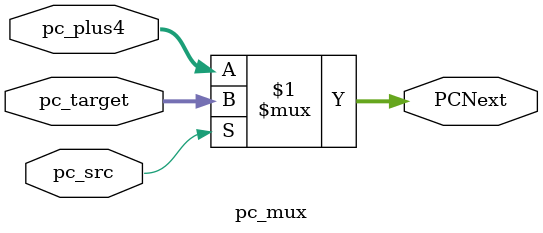
<source format=v>
`timescale 1ns / 1ps


module pc_mux(
    input [31:0] pc_plus4,pc_target,
    input pc_src,                       //pc_src = (branch & zero) | jump
    output wire [31:0] PCNext
    );
assign PCNext = pc_src ? pc_target : pc_plus4;    
endmodule

</source>
